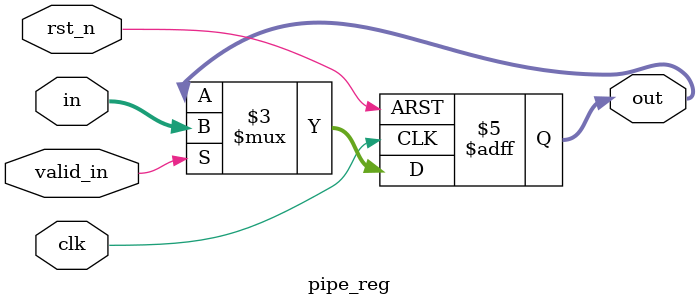
<source format=sv>
module pipe_reg #(parameter DATAWIDTH = 16) (
    input wire clk,
    input wire rst_n,
    input wire valid_in,
    input wire [DATAWIDTH-1:0] in,
    output reg [DATAWIDTH-1:0] out
);

    always_ff @(posedge clk or negedge rst_n) begin
        if (!rst_n)
            out <= 0;
        else if (valid_in)
            out <= in;
    end
endmodule 
</source>
